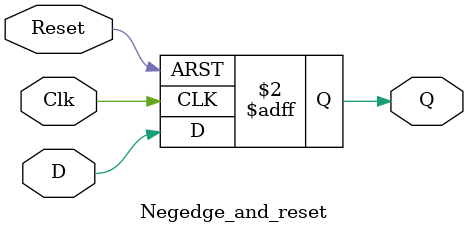
<source format=v>
`timescale 1ns / 1ps


module Negedge_and_reset(
    input D,
    input Clk,
    input Reset,
    output reg Q
    );
    
    always @(negedge Clk or posedge Reset)
        if (Reset)
            Q <= 1'b0;
        else
            Q <= D;    
    
endmodule

</source>
